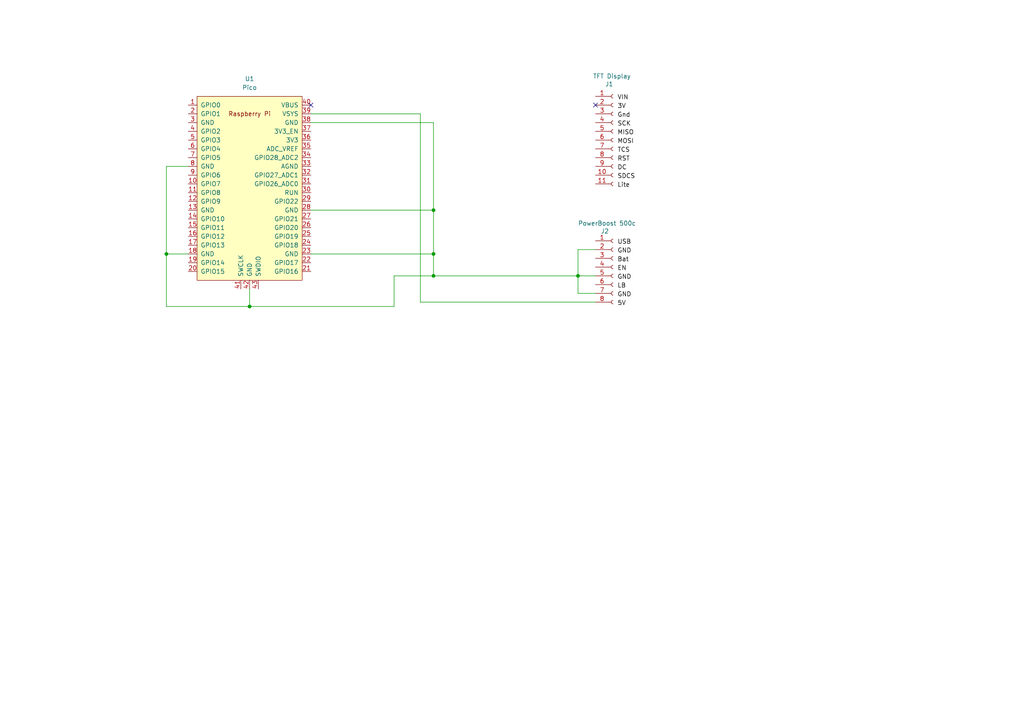
<source format=kicad_sch>
(kicad_sch (version 20231120) (generator "eeschema") (generator_version "8.0")
  (paper "A4")
  (lib_symbols
    (symbol "Connector:Conn_01x08_Socket" (pin_names (offset 1.016) hide)
      (property "Reference" "J" (at 0 10.16 0))
      (property "Value" "Conn_01x08_Socket" (at 0 -12.7 0))
      (symbol "Conn_01x08_Socket_1_1"
        (arc (start 0 -9.652) (mid -0.5058 -10.16) (end 0 -10.668) (stroke (width 0.1524)))
        (arc (start 0 -7.112) (mid -0.5058 -7.62) (end 0 -8.128) (stroke (width 0.1524)))
        (arc (start 0 -4.572) (mid -0.5058 -5.08) (end 0 -5.588) (stroke (width 0.1524)))
        (arc (start 0 -2.032) (mid -0.5058 -2.54) (end 0 -3.048) (stroke (width 0.1524)))
        (polyline (pts (xy -1.27 -10.16) (xy -0.508 -10.16)) (stroke (width 0.1524)))
        (polyline (pts (xy -1.27 -7.62) (xy -0.508 -7.62)) (stroke (width 0.1524)))
        (polyline (pts (xy -1.27 -5.08) (xy -0.508 -5.08)) (stroke (width 0.1524)))
        (polyline (pts (xy -1.27 -2.54) (xy -0.508 -2.54)) (stroke (width 0.1524)))
        (polyline (pts (xy -1.27 0) (xy -0.508 0)) (stroke (width 0.1524)))
        (polyline (pts (xy -1.27 2.54) (xy -0.508 2.54)) (stroke (width 0.1524)))
        (polyline (pts (xy -1.27 5.08) (xy -0.508 5.08)) (stroke (width 0.1524)))
        (polyline (pts (xy -1.27 7.62) (xy -0.508 7.62)) (stroke (width 0.1524)))
        (arc (start 0 0.508) (mid -0.5058 0) (end 0 -0.508) (stroke (width 0.1524)))
        (arc (start 0 3.048) (mid -0.5058 2.54) (end 0 2.032) (stroke (width 0.1524)))
        (arc (start 0 5.588) (mid -0.5058 5.08) (end 0 4.572) (stroke (width 0.1524)))
        (arc (start 0 8.128) (mid -0.5058 7.62) (end 0 7.112) (stroke (width 0.1524)))
        (pin passive line (at -5.08 7.62 0) (length 3.81) (name "Pin_1") (number "1"))
        (pin passive line (at -5.08 5.08 0) (length 3.81) (name "Pin_2") (number "2"))
        (pin passive line (at -5.08 2.54 0) (length 3.81) (name "Pin_3") (number "3"))
        (pin passive line (at -5.08 0 0) (length 3.81) (name "Pin_4") (number "4"))
        (pin passive line (at -5.08 -2.54 0) (length 3.81) (name "Pin_5") (number "5"))
        (pin passive line (at -5.08 -5.08 0) (length 3.81) (name "Pin_6") (number "6"))
        (pin passive line (at -5.08 -7.62 0) (length 3.81) (name "Pin_7") (number "7"))
        (pin passive line (at -5.08 -10.16 0) (length 3.81) (name "Pin_8") (number "8"))
      )
    )
    (symbol "Connector:Conn_01x11_Socket" (pin_names (offset 1.016) hide)
      (property "Reference" "J" (at 0 15.24 0))
      (property "Value" "Conn_01x11_Socket" (at 0 -15.24 0))
      (symbol "Conn_01x11_Socket_1_1"
        (arc (start 0 -12.192) (mid -0.5058 -12.7) (end 0 -13.208) (stroke (width 0.1524)))
        (arc (start 0 -9.652) (mid -0.5058 -10.16) (end 0 -10.668) (stroke (width 0.1524)))
        (arc (start 0 -7.112) (mid -0.5058 -7.62) (end 0 -8.128) (stroke (width 0.1524)))
        (arc (start 0 -4.572) (mid -0.5058 -5.08) (end 0 -5.588) (stroke (width 0.1524)))
        (arc (start 0 -2.032) (mid -0.5058 -2.54) (end 0 -3.048) (stroke (width 0.1524)))
        (polyline (pts (xy -1.27 -12.7) (xy -0.508 -12.7)) (stroke (width 0.1524)))
        (polyline (pts (xy -1.27 -10.16) (xy -0.508 -10.16)) (stroke (width 0.1524)))
        (polyline (pts (xy -1.27 -7.62) (xy -0.508 -7.62)) (stroke (width 0.1524)))
        (polyline (pts (xy -1.27 -5.08) (xy -0.508 -5.08)) (stroke (width 0.1524)))
        (polyline (pts (xy -1.27 -2.54) (xy -0.508 -2.54)) (stroke (width 0.1524)))
        (polyline (pts (xy -1.27 0) (xy -0.508 0)) (stroke (width 0.1524)))
        (polyline (pts (xy -1.27 2.54) (xy -0.508 2.54)) (stroke (width 0.1524)))
        (polyline (pts (xy -1.27 5.08) (xy -0.508 5.08)) (stroke (width 0.1524)))
        (polyline (pts (xy -1.27 7.62) (xy -0.508 7.62)) (stroke (width 0.1524)))
        (polyline (pts (xy -1.27 10.16) (xy -0.508 10.16)) (stroke (width 0.1524)))
        (polyline (pts (xy -1.27 12.7) (xy -0.508 12.7)) (stroke (width 0.1524)))
        (arc (start 0 0.508) (mid -0.5058 0) (end 0 -0.508) (stroke (width 0.1524)))
        (arc (start 0 3.048) (mid -0.5058 2.54) (end 0 2.032) (stroke (width 0.1524)))
        (arc (start 0 5.588) (mid -0.5058 5.08) (end 0 4.572) (stroke (width 0.1524)))
        (arc (start 0 8.128) (mid -0.5058 7.62) (end 0 7.112) (stroke (width 0.1524)))
        (arc (start 0 10.668) (mid -0.5058 10.16) (end 0 9.652) (stroke (width 0.1524)))
        (arc (start 0 13.208) (mid -0.5058 12.7) (end 0 12.192) (stroke (width 0.1524)))
        (pin passive line (at -5.08 12.7 0) (length 3.81) (name "Pin_1") (number "1"))
        (pin passive line (at -5.08 -10.16 0) (length 3.81) (name "Pin_10") (number "10"))
        (pin passive line (at -5.08 -12.7 0) (length 3.81) (name "Pin_11") (number "11"))
        (pin passive line (at -5.08 10.16 0) (length 3.81) (name "Pin_2") (number "2"))
        (pin passive line (at -5.08 7.62 0) (length 3.81) (name "Pin_3") (number "3"))
        (pin passive line (at -5.08 5.08 0) (length 3.81) (name "Pin_4") (number "4"))
        (pin passive line (at -5.08 2.54 0) (length 3.81) (name "Pin_5") (number "5"))
        (pin passive line (at -5.08 0 0) (length 3.81) (name "Pin_6") (number "6"))
        (pin passive line (at -5.08 -2.54 0) (length 3.81) (name "Pin_7") (number "7"))
        (pin passive line (at -5.08 -5.08 0) (length 3.81) (name "Pin_8") (number "8"))
        (pin passive line (at -5.08 -7.62 0) (length 3.81) (name "Pin_9") (number "9"))
      )
    )
    (symbol "RPi_Pico:Pico" (pin_names (offset 1.016))
      (property "Reference" "U" (at -13.97 27.94 0))
      (property "Value" "Pico" (at 0 19.05 0))
      (symbol "Pico_0_0"
        (text "Raspberry Pi" (at 0 21.59 0) (effects (font (size 1.27 1.27))))
      )
      (symbol "Pico_0_1"
        (rectangle (start -15.24 26.67) (end 15.24 -26.67) (fill (type background)))
      )
      (symbol "Pico_1_1"
        (pin bidirectional line (at -17.78 24.13 0) (length 2.54) (name "GPIO0") (number "1"))
        (pin bidirectional line (at -17.78 1.27 0) (length 2.54) (name "GPIO7") (number "10"))
        (pin bidirectional line (at -17.78 -1.27 0) (length 2.54) (name "GPIO8") (number "11"))
        (pin bidirectional line (at -17.78 -3.81 0) (length 2.54) (name "GPIO9") (number "12"))
        (pin power_in line (at -17.78 -6.35 0) (length 2.54) (name "GND") (number "13"))
        (pin bidirectional line (at -17.78 -8.89 0) (length 2.54) (name "GPIO10") (number "14"))
        (pin bidirectional line (at -17.78 -11.43 0) (length 2.54) (name "GPIO11") (number "15"))
        (pin bidirectional line (at -17.78 -13.97 0) (length 2.54) (name "GPIO12") (number "16"))
        (pin bidirectional line (at -17.78 -16.51 0) (length 2.54) (name "GPIO13") (number "17"))
        (pin power_in line (at -17.78 -19.05 0) (length 2.54) (name "GND") (number "18"))
        (pin bidirectional line (at -17.78 -21.59 0) (length 2.54) (name "GPIO14") (number "19"))
        (pin bidirectional line (at -17.78 21.59 0) (length 2.54) (name "GPIO1") (number "2"))
        (pin bidirectional line (at -17.78 -24.13 0) (length 2.54) (name "GPIO15") (number "20"))
        (pin bidirectional line (at 17.78 -24.13 180) (length 2.54) (name "GPIO16") (number "21"))
        (pin bidirectional line (at 17.78 -21.59 180) (length 2.54) (name "GPIO17") (number "22"))
        (pin power_in line (at 17.78 -19.05 180) (length 2.54) (name "GND") (number "23"))
        (pin bidirectional line (at 17.78 -16.51 180) (length 2.54) (name "GPIO18") (number "24"))
        (pin bidirectional line (at 17.78 -13.97 180) (length 2.54) (name "GPIO19") (number "25"))
        (pin bidirectional line (at 17.78 -11.43 180) (length 2.54) (name "GPIO20") (number "26"))
        (pin bidirectional line (at 17.78 -8.89 180) (length 2.54) (name "GPIO21") (number "27"))
        (pin power_in line (at 17.78 -6.35 180) (length 2.54) (name "GND") (number "28"))
        (pin bidirectional line (at 17.78 -3.81 180) (length 2.54) (name "GPIO22") (number "29"))
        (pin power_in line (at -17.78 19.05 0) (length 2.54) (name "GND") (number "3"))
        (pin input line (at 17.78 -1.27 180) (length 2.54) (name "RUN") (number "30"))
        (pin bidirectional line (at 17.78 1.27 180) (length 2.54) (name "GPIO26_ADC0") (number "31"))
        (pin bidirectional line (at 17.78 3.81 180) (length 2.54) (name "GPIO27_ADC1") (number "32"))
        (pin power_in line (at 17.78 6.35 180) (length 2.54) (name "AGND") (number "33"))
        (pin bidirectional line (at 17.78 8.89 180) (length 2.54) (name "GPIO28_ADC2") (number "34"))
        (pin unspecified line (at 17.78 11.43 180) (length 2.54) (name "ADC_VREF") (number "35"))
        (pin unspecified line (at 17.78 13.97 180) (length 2.54) (name "3V3") (number "36"))
        (pin input line (at 17.78 16.51 180) (length 2.54) (name "3V3_EN") (number "37"))
        (pin bidirectional line (at 17.78 19.05 180) (length 2.54) (name "GND") (number "38"))
        (pin unspecified line (at 17.78 21.59 180) (length 2.54) (name "VSYS") (number "39"))
        (pin bidirectional line (at -17.78 16.51 0) (length 2.54) (name "GPIO2") (number "4"))
        (pin unspecified line (at 17.78 24.13 180) (length 2.54) (name "VBUS") (number "40"))
        (pin input line (at -2.54 -29.21 90) (length 2.54) (name "SWCLK") (number "41"))
        (pin power_in line (at 0 -29.21 90) (length 2.54) (name "GND") (number "42"))
        (pin bidirectional line (at 2.54 -29.21 90) (length 2.54) (name "SWDIO") (number "43"))
        (pin bidirectional line (at -17.78 13.97 0) (length 2.54) (name "GPIO3") (number "5"))
        (pin bidirectional line (at -17.78 11.43 0) (length 2.54) (name "GPIO4") (number "6"))
        (pin bidirectional line (at -17.78 8.89 0) (length 2.54) (name "GPIO5") (number "7"))
        (pin power_in line (at -17.78 6.35 0) (length 2.54) (name "GND") (number "8"))
        (pin bidirectional line (at -17.78 3.81 0) (length 2.54) (name "GPIO6") (number "9"))
      )
    )
  )
  (junction (at 167.64 80.01))
  (junction (at 125.73 80.01))
  (junction (at 72.39 88.9))
  (junction (at 125.73 60.96))
  (junction (at 48.26 73.66))
  (junction (at 125.73 73.66))
  (no_connect (at 172.72 30.48))
  (no_connect (at 90.17 30.48))
  (wire (pts (xy 48.26 48.26) (xy 48.26 73.66)))
  (wire (pts (xy 54.61 48.26) (xy 48.26 48.26)))
  (wire (pts (xy 48.26 88.9) (xy 72.39 88.9)))
  (wire (pts (xy 114.3 80.01) (xy 125.73 80.01)))
  (wire (pts (xy 121.92 33.02) (xy 90.17 33.02)))
  (wire (pts (xy 167.64 80.01) (xy 125.73 80.01)))
  (wire (pts (xy 172.72 85.09) (xy 167.64 85.09)))
  (wire (pts (xy 167.64 72.39) (xy 172.72 72.39)))
  (wire (pts (xy 90.17 73.66) (xy 125.73 73.66)))
  (wire (pts (xy 72.39 88.9) (xy 114.3 88.9)))
  (wire (pts (xy 114.3 88.9) (xy 114.3 80.01)))
  (wire (pts (xy 167.64 80.01) (xy 172.72 80.01)))
  (wire (pts (xy 125.73 35.56) (xy 90.17 35.56)))
  (wire (pts (xy 54.61 73.66) (xy 48.26 73.66)))
  (wire (pts (xy 121.92 87.63) (xy 121.92 33.02)))
  (wire (pts (xy 167.64 85.09) (xy 167.64 80.01)))
  (wire (pts (xy 125.73 73.66) (xy 125.73 60.96)))
  (wire (pts (xy 167.64 80.01) (xy 167.64 72.39)))
  (wire (pts (xy 90.17 60.96) (xy 125.73 60.96)))
  (wire (pts (xy 125.73 60.96) (xy 125.73 35.56)))
  (wire (pts (xy 48.26 73.66) (xy 48.26 88.9)))
  (wire (pts (xy 125.73 80.01) (xy 125.73 73.66)))
  (wire (pts (xy 72.39 83.82) (xy 72.39 88.9)))
  (wire (pts (xy 172.72 87.63) (xy 121.92 87.63)))
  (label "5V" (at 179.07 88.9 0))
  (label "GND" (at 179.07 81.28 0))
  (label "GND" (at 179.07 73.66 0))
  (label "3V" (at 179.07 31.75 0))
  (label "Lite" (at 179.07 54.61 0))
  (label "MOSI" (at 179.07 41.91 0))
  (label "USB" (at 179.07 71.12 0))
  (label "GND" (at 179.07 86.36 0))
  (label "VIN" (at 179.07 29.21 0))
  (label "LB" (at 179.07 83.82 0))
  (label "TCS" (at 179.07 44.45 0))
  (label "EN" (at 179.07 78.74 0))
  (label "RST" (at 179.07 46.99 0))
  (label "Gnd" (at 179.07 34.29 0))
  (label "Bat" (at 179.07 76.2 0))
  (label "MISO" (at 179.07 39.37 0))
  (label "DC" (at 179.07 49.53 0))
  (label "SDCS" (at 179.07 52.07 0))
  (label "SCK" (at 179.07 36.83 0))
  (symbol (lib_id "RPi_Pico:Pico") (at 72.39 54.61 0) (unit 1)
    (property "Reference" "U1" (at 72.39 22.86 0))
    (property "Value" "Pico" (at 72.39 25.4 0))
    (property "Footprint" "RPi_Pico:RPi_Pico_SMD_TH" (effects (hide yes)))
  )
  (symbol (lib_id "Connector:Conn_01x11_Socket") (at 177.8 40.64 0) (unit 1)
    (property "Reference" "J1" (at 175.514 24.384 0) (effects (justify left)))
    (property "Value" "TFT Display" (at 171.958 22.098 0) (effects (justify left)))
    (property "Description" "Generic connector, single row, 01x11, script generated" (effects (hide yes)))
  )
  (symbol (lib_id "Connector:Conn_01x08_Socket") (at 177.8 77.47 0) (unit 1)
    (property "Reference" "J2" (at 174.244 67.056 0) (effects (justify left)))
    (property "Value" "PowerBoost 500c" (at 167.64 64.77 0) (effects (justify left)))
    (property "Description" "Generic connector, single row, 01x08, script generated" (effects (hide yes)))
  )
)
</source>
